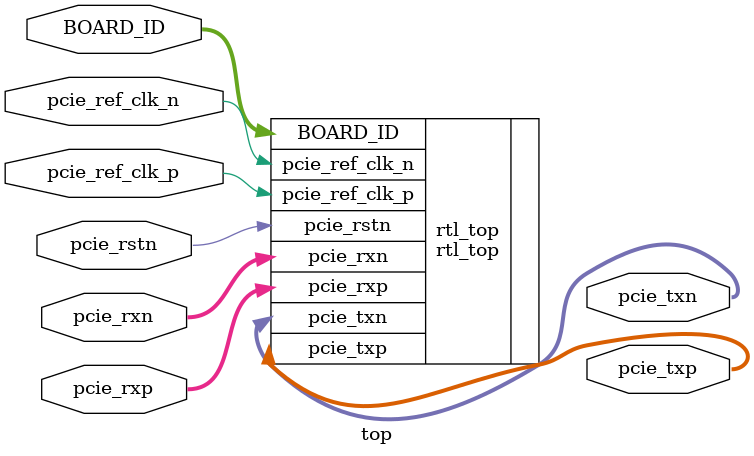
<source format=v>

`timescale 1ns / 1ps

module top (
    // GPIO
    input  wire [2:0] BOARD_ID,
    // PCIe
    input  wire [3:0] pcie_rxp,
    input  wire [3:0] pcie_rxn,
    output wire [3:0] pcie_txp,
    output wire [3:0] pcie_txn,
    input  wire       pcie_ref_clk_p,
    input  wire       pcie_ref_clk_n,
    input  wire       pcie_rstn
);

// ============================================================================

rtl_top rtl_top (
    .BOARD_ID       (BOARD_ID),

    .pcie_rxp       (pcie_rxp),
    .pcie_rxn       (pcie_rxn),
    .pcie_txp       (pcie_txp),
    .pcie_txn       (pcie_txn),
    .pcie_ref_clk_p (pcie_ref_clk_p),
    .pcie_ref_clk_n (pcie_ref_clk_n),
    .pcie_rstn      (pcie_rstn)
);

endmodule

</source>
